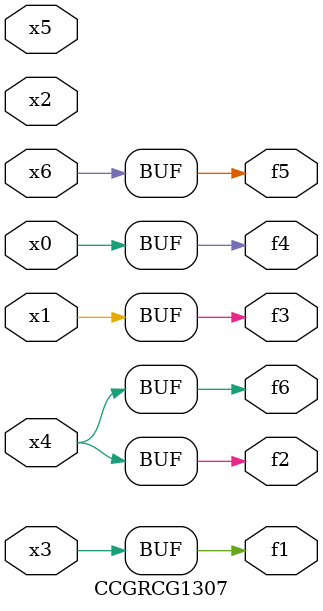
<source format=v>
module CCGRCG1307(
	input x0, x1, x2, x3, x4, x5, x6,
	output f1, f2, f3, f4, f5, f6
);
	assign f1 = x3;
	assign f2 = x4;
	assign f3 = x1;
	assign f4 = x0;
	assign f5 = x6;
	assign f6 = x4;
endmodule

</source>
